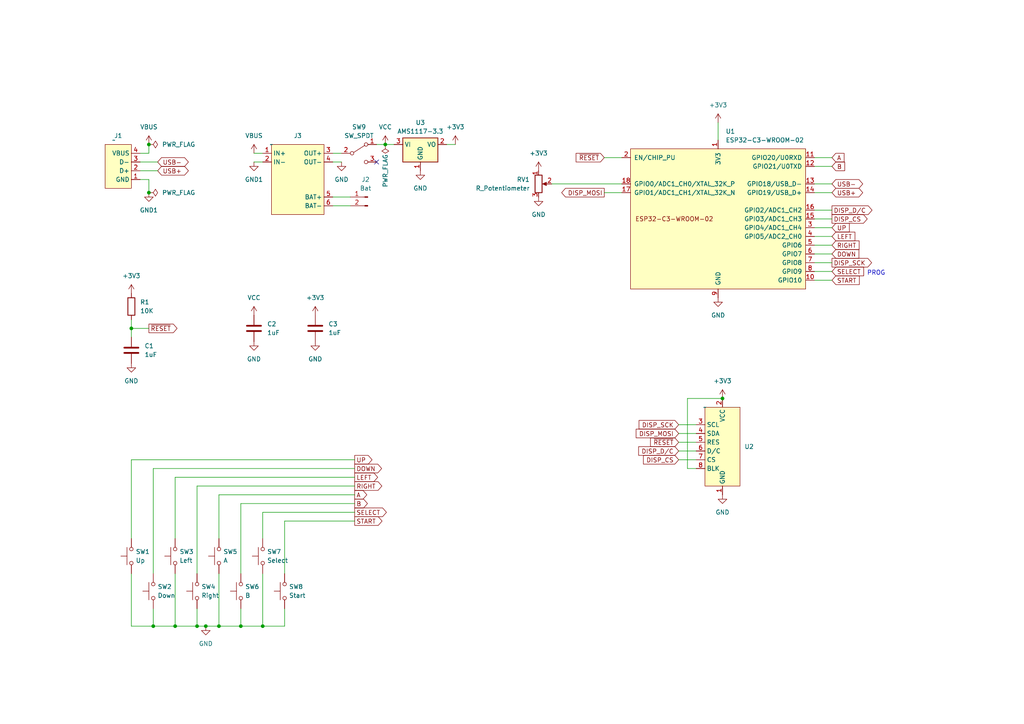
<source format=kicad_sch>
(kicad_sch (version 20230121) (generator eeschema)
  (paper "A4")
  (lib_symbols
    (symbol "Connector:Conn_01x02_Pin" (pin_names (offset 1.016) hide)
      (property "Reference" "J" (at 0 2.54 0))
      (property "Value" "Conn_01x02_Pin" (at 0 -5.08 0))
      (symbol "Conn_01x02_Pin_1_1"
        (polyline (pts (xy 1.27 -2.54) (xy 0.8636 -2.54)) (stroke (width 0.1524)))
        (polyline (pts (xy 1.27 0) (xy 0.8636 0)) (stroke (width 0.1524)))
        (rectangle (start 0.8636 -2.413) (end 0 -2.667) (stroke (width 0.1524)) (fill (type outline)))
        (rectangle (start 0.8636 0.127) (end 0 -0.127) (stroke (width 0.1524)) (fill (type outline)))
        (pin passive line (at 5.08 0 180) (length 3.81) (name "Pin_1") (number "1"))
        (pin passive line (at 5.08 -2.54 180) (length 3.81) (name "Pin_2") (number "2"))
      )
    )
    (symbol "Device:C" (pin_numbers hide) (pin_names (offset 0.254))
      (property "Reference" "C" (at 0.635 2.54 0))
      (property "Value" "C" (at 0.635 -2.54 0))
      (symbol "C_0_1"
        (polyline (pts (xy -2.032 -0.762) (xy 2.032 -0.762)) (stroke (width 0.508)))
        (polyline (pts (xy -2.032 0.762) (xy 2.032 0.762)) (stroke (width 0.508)))
      )
      (symbol "C_1_1"
        (pin passive line (at 0 3.81 270) (length 2.794) (name "~") (number "1"))
        (pin passive line (at 0 -3.81 90) (length 2.794) (name "~") (number "2"))
      )
    )
    (symbol "Device:R" (pin_numbers hide) (pin_names (offset 0))
      (property "Reference" "R" (at 2.032 0 90))
      (property "Value" "R" (at 0 0 90))
      (symbol "R_0_1"
        (rectangle (start -1.016 -2.54) (end 1.016 2.54) (stroke (width 0.254)))
      )
      (symbol "R_1_1"
        (pin passive line (at 0 3.81 270) (length 1.27) (name "~") (number "1"))
        (pin passive line (at 0 -3.81 90) (length 1.27) (name "~") (number "2"))
      )
    )
    (symbol "Device:R_Potentiometer" (pin_names (offset 1.016) hide)
      (property "Reference" "RV" (at -4.445 0 90))
      (property "Value" "R_Potentiometer" (at -2.54 0 90))
      (symbol "R_Potentiometer_0_1"
        (polyline (pts (xy 2.54 0) (xy 1.524 0)))
        (polyline (pts (xy 1.143 0) (xy 2.286 0.508) (xy 2.286 -0.508) (xy 1.143 0)) (fill (type outline)))
        (rectangle (start 1.016 2.54) (end -1.016 -2.54) (stroke (width 0.254)))
      )
      (symbol "R_Potentiometer_1_1"
        (pin passive line (at 0 3.81 270) (length 1.27) (name "1") (number "1"))
        (pin passive line (at 3.81 0 180) (length 1.27) (name "2") (number "2"))
        (pin passive line (at 0 -3.81 90) (length 1.27) (name "3") (number "3"))
      )
    )
    (symbol "Espressif:ESP32-C3-WROOM-02_no_gnd" (pin_names (offset 1.016))
      (property "Reference" "U" (at -25.4 25.4 0))
      (property "Value" "ESP32-C3-WROOM-02" (at -25.4 22.86 0))
      (symbol "ESP32-C3-WROOM-02_no_gnd_0_0"
        (text "ESP32-C3-WROOM-02" (at -12.7 0 0) (effects (font (size 1.27 1.27))))
      )
      (symbol "ESP32-C3-WROOM-02_no_gnd_0_1"
        (rectangle (start -25.4 20.32) (end 25.4 -20.32) (fill (type background)))
      )
      (symbol "ESP32-C3-WROOM-02_no_gnd_1_1"
        (pin power_in line (at 0 22.86 270) (length 2.54) (name "3V3") (number "1"))
        (pin bidirectional line (at 27.94 -17.78 180) (length 2.54) (name "GPIO10") (number "10"))
        (pin bidirectional line (at 27.94 17.78 180) (length 2.54) (name "GPIO20/U0RXD") (number "11"))
        (pin bidirectional line (at 27.94 15.24 180) (length 2.54) (name "GPIO21/U0TXD") (number "12"))
        (pin bidirectional line (at 27.94 10.16 180) (length 2.54) (name "GPIO18/USB_D-") (number "13"))
        (pin bidirectional line (at 27.94 7.62 180) (length 2.54) (name "GPIO19/USB_D+") (number "14"))
        (pin bidirectional line (at 27.94 0 180) (length 2.54) (name "GPIO3/ADC1_CH3") (number "15"))
        (pin bidirectional line (at 27.94 2.54 180) (length 2.54) (name "GPIO2/ADC1_CH2") (number "16"))
        (pin bidirectional line (at -27.94 7.62 0) (length 2.54) (name "GPIO1/ADC1_CH1/XTAL_32K_N") (number "17"))
        (pin bidirectional line (at -27.94 10.16 0) (length 2.54) (name "GPIO0/ADC1_CH0/XTAL_32K_P") (number "18"))
        (pin input line (at -27.94 17.78 0) (length 2.54) (name "EN/CHIP_PU") (number "2"))
        (pin bidirectional line (at 27.94 -2.54 180) (length 2.54) (name "GPIO4/ADC1_CH4") (number "3"))
        (pin bidirectional line (at 27.94 -5.08 180) (length 2.54) (name "GPIO5/ADC2_CH0") (number "4"))
        (pin bidirectional line (at 27.94 -7.62 180) (length 2.54) (name "GPIO6") (number "5"))
        (pin bidirectional line (at 27.94 -10.16 180) (length 2.54) (name "GPIO7") (number "6"))
        (pin bidirectional line (at 27.94 -12.7 180) (length 2.54) (name "GPIO8") (number "7"))
        (pin bidirectional line (at 27.94 -15.24 180) (length 2.54) (name "GPIO9") (number "8"))
        (pin power_in line (at 0 -22.86 90) (length 2.54) (name "GND") (number "9"))
      )
    )
    (symbol "Regulator_Linear:AMS1117-3.3"
      (property "Reference" "U" (at -3.81 3.175 0))
      (property "Value" "AMS1117-3.3" (at 0 3.175 0))
      (symbol "AMS1117-3.3_0_1"
        (rectangle (start -5.08 -5.08) (end 5.08 1.905) (stroke (width 0.254)) (fill (type background)))
      )
      (symbol "AMS1117-3.3_1_1"
        (pin power_in line (at 0 -7.62 90) (length 2.54) (name "GND") (number "1"))
        (pin power_out line (at 7.62 0 180) (length 2.54) (name "VO") (number "2"))
        (pin power_in line (at -7.62 0 0) (length 2.54) (name "VI") (number "3"))
      )
    )
    (symbol "Switch:SW_Push" (pin_numbers hide) (pin_names (offset 1.016) hide)
      (property "Reference" "SW" (at 1.27 2.54 0))
      (property "Value" "SW_Push" (at 0 -1.524 0))
      (symbol "SW_Push_0_1"
        (circle (center -2.032 0) (radius 0.508))
        (polyline (pts (xy 0 1.27) (xy 0 3.048)))
        (polyline (pts (xy 2.54 1.27) (xy -2.54 1.27)))
        (circle (center 2.032 0) (radius 0.508))
        (pin passive line (at -5.08 0 0) (length 2.54) (name "1") (number "1"))
        (pin passive line (at 5.08 0 180) (length 2.54) (name "2") (number "2"))
      )
    )
    (symbol "Switch:SW_SPDT" (pin_names (offset 0) hide)
      (property "Reference" "SW" (at 0 4.318 0))
      (property "Value" "SW_SPDT" (at 0 -5.08 0))
      (symbol "SW_SPDT_0_0"
        (circle (center -2.032 0) (radius 0.508))
        (circle (center 2.032 -2.54) (radius 0.508))
      )
      (symbol "SW_SPDT_0_1"
        (polyline (pts (xy -1.524 0.254) (xy 1.651 2.286)))
        (circle (center 2.032 2.54) (radius 0.508))
      )
      (symbol "SW_SPDT_1_1"
        (pin passive line (at 5.08 2.54 180) (length 2.54) (name "A") (number "1"))
        (pin passive line (at -5.08 0 0) (length 2.54) (name "B") (number "2"))
        (pin passive line (at 5.08 -2.54 180) (length 2.54) (name "C") (number "3"))
      )
    )
    (symbol "connector:Charge_Controller_TP4056"
      (property "Reference" "J" (at 13.97 1.27 0))
      (symbol "Charge_Controller_TP4056_1_1"
        (rectangle (start 0 0) (end 15.24 -20.32) (fill (type background)))
        (pin power_in line (at -2.54 -2.54 0) (length 2.54) (name "IN+") (number "1"))
        (pin power_in line (at -2.54 -5.08 0) (length 2.54) (name "IN-") (number "2"))
        (pin power_out line (at 17.78 -2.54 180) (length 2.54) (name "OUT+") (number "3"))
        (pin power_out line (at 17.78 -5.08 180) (length 2.54) (name "OUT-") (number "4"))
        (pin passive line (at 17.78 -15.24 180) (length 2.54) (name "BAT+") (number "5"))
        (pin passive line (at 17.78 -17.78 180) (length 2.54) (name "BAT-") (number "6"))
      )
    )
    (symbol "connector:USB_2.0_PCB"
      (property "Reference" "J" (at 2.54 7.62 0))
      (symbol "USB_2.0_PCB_1_1"
        (rectangle (start -3.81 6.35) (end 3.81 -6.35) (fill (type background)))
        (pin power_in line (at 6.35 -3.81 180) (length 2.54) (name "GND") (number "1"))
        (pin passive line (at 6.35 -1.27 180) (length 2.54) (name "D+") (number "2"))
        (pin passive line (at 6.35 1.27 180) (length 2.54) (name "D-") (number "3"))
        (pin power_in line (at 6.35 3.81 180) (length 2.54) (name "VBUS") (number "4"))
      )
    )
    (symbol "display:TFT_240x280"
      (property "Reference" "U" (at 1.27 12.7 0))
      (symbol "TFT_240x280_1_1"
        (rectangle (start -5.08 11.43) (end 5.08 -11.43) (fill (type background)))
        (pin power_in line (at 0 -13.97 90) (length 2.54) (name "GND") (number "1"))
        (pin power_in line (at 0 13.97 270) (length 2.54) (name "VCC") (number "2"))
        (pin input line (at -7.62 6.35 0) (length 2.54) (name "SCL") (number "3"))
        (pin input line (at -7.62 3.81 0) (length 2.54) (name "SDA") (number "4"))
        (pin input line (at -7.62 1.27 0) (length 2.54) (name "RES") (number "5"))
        (pin input line (at -7.62 -1.27 0) (length 2.54) (name "D/C") (number "6"))
        (pin input line (at -7.62 -3.81 0) (length 2.54) (name "CS") (number "7"))
        (pin input line (at -7.62 -6.35 0) (length 2.54) (name "BLK") (number "8"))
      )
    )
    (symbol "power:+3V3" (power) (pin_names (offset 0))
      (property "Value" "+3V3" (at 0 3.556 0))
      (symbol "+3V3_0_1"
        (polyline (pts (xy -0.762 1.27) (xy 0 2.54)))
        (polyline (pts (xy 0 0) (xy 0 2.54)))
        (polyline (pts (xy 0 2.54) (xy 0.762 1.27)))
      )
      (symbol "+3V3_1_1"
        (pin power_in line (at 0 0 90) (length 0) hide (name "+3V3") (number "1"))
      )
    )
    (symbol "power:GND" (power) (pin_names (offset 0))
      (property "Value" "GND" (at 0 -3.81 0))
      (symbol "GND_0_1"
        (polyline (pts (xy 0 0) (xy 0 -1.27) (xy 1.27 -1.27) (xy 0 -2.54) (xy -1.27 -1.27) (xy 0 -1.27)))
      )
      (symbol "GND_1_1"
        (pin power_in line (at 0 0 270) (length 0) hide (name "GND") (number "1"))
      )
    )
    (symbol "power:GND1" (power) (pin_names (offset 0))
      (property "Value" "GND1" (at 0 -3.81 0))
      (symbol "GND1_0_1"
        (polyline (pts (xy 0 0) (xy 0 -1.27) (xy 1.27 -1.27) (xy 0 -2.54) (xy -1.27 -1.27) (xy 0 -1.27)))
      )
      (symbol "GND1_1_1"
        (pin power_in line (at 0 0 270) (length 0) hide (name "GND1") (number "1"))
      )
    )
    (symbol "power:PWR_FLAG" (power) (pin_numbers hide) (pin_names (offset 0) hide)
      (property "Value" "PWR_FLAG" (at 0 3.81 0))
      (symbol "PWR_FLAG_0_0"
        (pin power_out line (at 0 0 90) (length 0) (name "pwr") (number "1"))
      )
      (symbol "PWR_FLAG_0_1"
        (polyline (pts (xy 0 0) (xy 0 1.27) (xy -1.016 1.905) (xy 0 2.54) (xy 1.016 1.905) (xy 0 1.27)))
      )
    )
    (symbol "power:VBUS" (power) (pin_names (offset 0))
      (property "Value" "VBUS" (at 0 3.81 0))
      (symbol "VBUS_0_1"
        (polyline (pts (xy -0.762 1.27) (xy 0 2.54)))
        (polyline (pts (xy 0 0) (xy 0 2.54)))
        (polyline (pts (xy 0 2.54) (xy 0.762 1.27)))
      )
      (symbol "VBUS_1_1"
        (pin power_in line (at 0 0 90) (length 0) hide (name "VBUS") (number "1"))
      )
    )
    (symbol "power:VCC" (power) (pin_names (offset 0))
      (property "Value" "VCC" (at 0 3.81 0))
      (symbol "VCC_0_1"
        (polyline (pts (xy -0.762 1.27) (xy 0 2.54)))
        (polyline (pts (xy 0 0) (xy 0 2.54)))
        (polyline (pts (xy 0 2.54) (xy 0.762 1.27)))
      )
      (symbol "VCC_1_1"
        (pin power_in line (at 0 0 90) (length 0) hide (name "VCC") (number "1"))
      )
    )
  )
  (junction (at 59.69 181.61))
  (junction (at 38.1 95.25))
  (junction (at 43.18 55.88))
  (junction (at 57.15 181.61))
  (junction (at 76.2 181.61))
  (junction (at 63.5 181.61))
  (junction (at 44.45 181.61))
  (junction (at 111.76 41.91))
  (junction (at 43.18 41.91))
  (junction (at 69.85 181.61))
  (junction (at 209.55 115.57))
  (junction (at 50.8 181.61))
  (no_connect (at 109.22 46.99))
  (wire (pts (xy 199.39 135.89) (xy 201.93 135.89)))
  (wire (pts (xy 38.1 133.35) (xy 38.1 156.21)))
  (wire (pts (xy 102.87 138.43) (xy 50.8 138.43)))
  (wire (pts (xy 82.55 166.37) (xy 82.55 151.13)))
  (wire (pts (xy 38.1 133.35) (xy 102.87 133.35)))
  (wire (pts (xy 69.85 146.05) (xy 102.87 146.05)))
  (wire (pts (xy 129.54 41.91) (xy 132.08 41.91)))
  (wire (pts (xy 73.66 44.45) (xy 76.2 44.45)))
  (wire (pts (xy 38.1 181.61) (xy 44.45 181.61)))
  (wire (pts (xy 96.52 46.99) (xy 99.06 46.99)))
  (wire (pts (xy 236.22 78.74) (xy 241.3 78.74)))
  (wire (pts (xy 175.26 45.72) (xy 180.34 45.72)))
  (wire (pts (xy 96.52 44.45) (xy 99.06 44.45)))
  (wire (pts (xy 43.18 44.45) (xy 43.18 41.91)))
  (wire (pts (xy 40.64 44.45) (xy 43.18 44.45)))
  (wire (pts (xy 241.3 68.58) (xy 236.22 68.58)))
  (wire (pts (xy 40.64 49.53) (xy 45.72 49.53)))
  (wire (pts (xy 82.55 151.13) (xy 102.87 151.13)))
  (wire (pts (xy 236.22 53.34) (xy 241.3 53.34)))
  (wire (pts (xy 175.26 55.88) (xy 180.34 55.88)))
  (wire (pts (xy 69.85 181.61) (xy 76.2 181.61)))
  (wire (pts (xy 63.5 181.61) (xy 63.5 166.37)))
  (wire (pts (xy 109.22 41.91) (xy 111.76 41.91)))
  (wire (pts (xy 57.15 181.61) (xy 59.69 181.61)))
  (wire (pts (xy 44.45 181.61) (xy 44.45 176.53)))
  (wire (pts (xy 57.15 140.97) (xy 102.87 140.97)))
  (wire (pts (xy 241.3 73.66) (xy 236.22 73.66)))
  (wire (pts (xy 241.3 66.04) (xy 236.22 66.04)))
  (wire (pts (xy 241.3 45.72) (xy 236.22 45.72)))
  (wire (pts (xy 57.15 166.37) (xy 57.15 140.97)))
  (wire (pts (xy 76.2 181.61) (xy 76.2 166.37)))
  (wire (pts (xy 69.85 181.61) (xy 69.85 176.53)))
  (wire (pts (xy 199.39 115.57) (xy 199.39 135.89)))
  (wire (pts (xy 50.8 181.61) (xy 57.15 181.61)))
  (wire (pts (xy 38.1 95.25) (xy 38.1 97.79)))
  (wire (pts (xy 40.64 46.99) (xy 45.72 46.99)))
  (wire (pts (xy 76.2 181.61) (xy 82.55 181.61)))
  (wire (pts (xy 241.3 48.26) (xy 236.22 48.26)))
  (wire (pts (xy 40.64 52.07) (xy 43.18 52.07)))
  (wire (pts (xy 111.76 41.91) (xy 114.3 41.91)))
  (wire (pts (xy 38.1 181.61) (xy 38.1 166.37)))
  (wire (pts (xy 102.87 148.59) (xy 76.2 148.59)))
  (wire (pts (xy 208.28 40.64) (xy 208.28 35.56)))
  (wire (pts (xy 102.87 143.51) (xy 63.5 143.51)))
  (wire (pts (xy 44.45 166.37) (xy 44.45 135.89)))
  (wire (pts (xy 44.45 135.89) (xy 102.87 135.89)))
  (wire (pts (xy 201.93 130.81) (xy 196.85 130.81)))
  (wire (pts (xy 101.6 57.15) (xy 96.52 57.15)))
  (wire (pts (xy 196.85 123.19) (xy 201.93 123.19)))
  (wire (pts (xy 241.3 76.2) (xy 236.22 76.2)))
  (wire (pts (xy 38.1 92.71) (xy 38.1 95.25)))
  (wire (pts (xy 50.8 138.43) (xy 50.8 156.21)))
  (wire (pts (xy 82.55 181.61) (xy 82.55 176.53)))
  (wire (pts (xy 50.8 181.61) (xy 50.8 166.37)))
  (wire (pts (xy 199.39 115.57) (xy 209.55 115.57)))
  (wire (pts (xy 196.85 128.27) (xy 201.93 128.27)))
  (wire (pts (xy 44.45 181.61) (xy 50.8 181.61)))
  (wire (pts (xy 63.5 143.51) (xy 63.5 156.21)))
  (wire (pts (xy 43.18 95.25) (xy 38.1 95.25)))
  (wire (pts (xy 63.5 181.61) (xy 69.85 181.61)))
  (wire (pts (xy 96.52 59.69) (xy 101.6 59.69)))
  (wire (pts (xy 59.69 181.61) (xy 63.5 181.61)))
  (wire (pts (xy 241.3 60.96) (xy 236.22 60.96)))
  (wire (pts (xy 201.93 125.73) (xy 196.85 125.73)))
  (wire (pts (xy 69.85 166.37) (xy 69.85 146.05)))
  (wire (pts (xy 236.22 71.12) (xy 241.3 71.12)))
  (wire (pts (xy 76.2 46.99) (xy 73.66 46.99)))
  (wire (pts (xy 196.85 133.35) (xy 201.93 133.35)))
  (wire (pts (xy 241.3 55.88) (xy 236.22 55.88)))
  (wire (pts (xy 160.02 53.34) (xy 180.34 53.34)))
  (wire (pts (xy 43.18 52.07) (xy 43.18 55.88)))
  (wire (pts (xy 57.15 181.61) (xy 57.15 176.53)))
  (wire (pts (xy 76.2 148.59) (xy 76.2 156.21)))
  (wire (pts (xy 241.3 63.5) (xy 236.22 63.5)))
  (wire (pts (xy 241.3 81.28) (xy 236.22 81.28)))
  (text "PROG" (at 251.46 80.01 0) (effects (font (size 1.27 1.27)) (justify left bottom)))
  (global_label "UP" (shape output) (at 102.87 133.35 0) (property "Intersheetrefs" "${INTERSHEET_REFS}" (effects hide)))
  (global_label "~{RESET}" (shape input) (at 175.26 45.72 180) (property "Intersheetrefs" "${INTERSHEET_REFS}" (effects hide)))
  (global_label "USB-" (shape bidirectional) (at 45.72 46.99 0) (property "Intersheetrefs" "${INTERSHEET_REFS}" (effects hide)))
  (global_label "DISP_MOSI" (shape output) (at 175.26 55.88 180) (property "Intersheetrefs" "${INTERSHEET_REFS}" (effects hide)))
  (global_label "B" (shape output) (at 102.87 146.05 0) (property "Intersheetrefs" "${INTERSHEET_REFS}" (effects hide)))
  (global_label "USB-" (shape bidirectional) (at 241.3 53.34 0) (property "Intersheetrefs" "${INTERSHEET_REFS}" (effects hide)))
  (global_label "DISP_SCK" (shape input) (at 196.85 123.19 180) (property "Intersheetrefs" "${INTERSHEET_REFS}" (effects hide)))
  (global_label "UP" (shape input) (at 241.3 66.04 0) (property "Intersheetrefs" "${INTERSHEET_REFS}" (effects hide)))
  (global_label "A" (shape output) (at 102.87 143.51 0) (property "Intersheetrefs" "${INTERSHEET_REFS}" (effects hide)))
  (global_label "DISP_SCK" (shape output) (at 241.3 76.2 0) (property "Intersheetrefs" "${INTERSHEET_REFS}" (effects hide)))
  (global_label "DISP_MOSI" (shape input) (at 196.85 125.73 180) (property "Intersheetrefs" "${INTERSHEET_REFS}" (effects hide)))
  (global_label "DISP_D{slash}C" (shape input) (at 196.85 130.81 180) (property "Intersheetrefs" "${INTERSHEET_REFS}" (effects hide)))
  (global_label "DOWN" (shape output) (at 102.87 135.89 0) (property "Intersheetrefs" "${INTERSHEET_REFS}" (effects hide)))
  (global_label "RIGHT" (shape input) (at 241.3 71.12 0) (property "Intersheetrefs" "${INTERSHEET_REFS}" (effects hide)))
  (global_label "RIGHT" (shape output) (at 102.87 140.97 0) (property "Intersheetrefs" "${INTERSHEET_REFS}" (effects hide)))
  (global_label "DISP_CS" (shape output) (at 241.3 63.5 0) (property "Intersheetrefs" "${INTERSHEET_REFS}" (effects hide)))
  (global_label "LEFT" (shape input) (at 241.3 68.58 0) (property "Intersheetrefs" "${INTERSHEET_REFS}" (effects hide)))
  (global_label "USB+" (shape bidirectional) (at 45.72 49.53 0) (property "Intersheetrefs" "${INTERSHEET_REFS}" (effects hide)))
  (global_label "SELECT" (shape output) (at 102.87 148.59 0) (property "Intersheetrefs" "${INTERSHEET_REFS}" (effects hide)))
  (global_label "START" (shape input) (at 241.3 81.28 0) (property "Intersheetrefs" "${INTERSHEET_REFS}" (effects hide)))
  (global_label "LEFT" (shape output) (at 102.87 138.43 0) (property "Intersheetrefs" "${INTERSHEET_REFS}" (effects hide)))
  (global_label "B" (shape input) (at 241.3 48.26 0) (property "Intersheetrefs" "${INTERSHEET_REFS}" (effects hide)))
  (global_label "DISP_CS" (shape input) (at 196.85 133.35 180) (property "Intersheetrefs" "${INTERSHEET_REFS}" (effects hide)))
  (global_label "~{RESET}" (shape output) (at 43.18 95.25 0) (property "Intersheetrefs" "${INTERSHEET_REFS}" (effects hide)))
  (global_label "DOWN" (shape input) (at 241.3 73.66 0) (property "Intersheetrefs" "${INTERSHEET_REFS}" (effects hide)))
  (global_label "A" (shape input) (at 241.3 45.72 0) (property "Intersheetrefs" "${INTERSHEET_REFS}" (effects hide)))
  (global_label "USB+" (shape bidirectional) (at 241.3 55.88 0) (property "Intersheetrefs" "${INTERSHEET_REFS}" (effects hide)))
  (global_label "DISP_D{slash}C" (shape output) (at 241.3 60.96 0) (property "Intersheetrefs" "${INTERSHEET_REFS}" (effects hide)))
  (global_label "START" (shape output) (at 102.87 151.13 0) (property "Intersheetrefs" "${INTERSHEET_REFS}" (effects hide)))
  (global_label "~{RESET}" (shape input) (at 196.85 128.27 180) (property "Intersheetrefs" "${INTERSHEET_REFS}" (effects hide)))
  (global_label "SELECT" (shape input) (at 241.3 78.74 0) (property "Intersheetrefs" "${INTERSHEET_REFS}" (effects hide)))
  (symbol (lib_id "Switch:SW_Push") (at 69.85 171.45 90) (unit 1)
    (property "Reference" "SW6" (at 71.12 170.18 90) (effects (justify right)))
    (property "Value" "B" (at 71.12 172.72 90) (effects (justify right)))
    (property "Footprint" "Buttons:SW_PUSH-12mm-fixed" (effects hide))
  )
  (symbol (lib_id "power:GND") (at 99.06 46.99 0) (unit 1)
    (property "Reference" "#PWR04" (effects hide))
    (property "Value" "GND" (at 99.06 52.07 0))
  )
  (symbol (lib_id "power:+3V3") (at 156.21 49.53 0) (unit 1)
    (property "Reference" "#PWR016" (effects hide))
    (property "Value" "+3V3" (at 156.21 44.45 0))
  )
  (symbol (lib_id "power:GND") (at 91.44 99.06 0) (unit 1)
    (property "Reference" "#PWR021" (effects hide))
    (property "Value" "GND" (at 91.44 104.14 0))
  )
  (symbol (lib_id "Switch:SW_Push") (at 44.45 171.45 90) (unit 1)
    (property "Reference" "SW2" (at 45.72 170.18 90) (effects (justify right)))
    (property "Value" "Down" (at 45.72 172.72 90) (effects (justify right)))
    (property "Footprint" "Buttons:SW_PUSH-12mm-fixed" (effects hide))
  )
  (symbol (lib_id "Device:R") (at 38.1 88.9 180) (unit 1)
    (property "Reference" "R1" (at 40.64 87.63 0) (effects (justify right)))
    (property "Value" "10K" (at 40.64 90.17 0) (effects (justify right)))
    (property "Footprint" "Resistor_THT:R_Axial_DIN0204_L3.6mm_D1.6mm_P7.62mm_Horizontal" (effects hide))
  )
  (symbol (lib_id "power:+3V3") (at 209.55 115.57 0) (unit 1)
    (property "Reference" "#PWR013" (effects hide))
    (property "Value" "+3V3" (at 209.55 110.49 0))
  )
  (symbol (lib_id "power:GND1") (at 43.18 55.88 0) (unit 1)
    (property "Reference" "#PWR024" (effects hide))
    (property "Value" "GND1" (at 43.18 60.96 0))
  )
  (symbol (lib_id "power:GND") (at 73.66 99.06 0) (unit 1)
    (property "Reference" "#PWR020" (effects hide))
    (property "Value" "GND" (at 73.66 104.14 0))
  )
  (symbol (lib_id "Regulator_Linear:AMS1117-3.3") (at 121.92 41.91 0) (unit 1)
    (property "Reference" "U3" (at 121.92 35.56 0))
    (property "Value" "AMS1117-3.3" (at 121.92 38.1 0))
    (property "Footprint" "Package_TO_SOT_SMD:SOT-223-3_TabPin2" (effects hide))
    (property "Datasheet" "http://www.advanced-monolithic.com/pdf/ds1117.pdf" (effects hide))
  )
  (symbol (lib_id "Switch:SW_Push") (at 38.1 161.29 90) (unit 1)
    (property "Reference" "SW1" (at 39.37 160.02 90) (effects (justify right)))
    (property "Value" "Up" (at 39.37 162.56 90) (effects (justify right)))
    (property "Footprint" "Buttons:SW_PUSH-12mm-fixed" (effects hide))
  )
  (symbol (lib_id "power:VCC") (at 73.66 91.44 0) (unit 1)
    (property "Reference" "#PWR08" (effects hide))
    (property "Value" "VCC" (at 73.66 86.36 0))
  )
  (symbol (lib_id "Switch:SW_Push") (at 57.15 171.45 90) (unit 1)
    (property "Reference" "SW4" (at 58.42 170.18 90) (effects (justify right)))
    (property "Value" "Right" (at 58.42 172.72 90) (effects (justify right)))
    (property "Footprint" "Buttons:SW_PUSH-12mm-fixed" (effects hide))
  )
  (symbol (lib_id "Device:C") (at 91.44 95.25 0) (unit 1)
    (property "Reference" "C3" (at 95.25 93.98 0) (effects (justify left)))
    (property "Value" "1uF" (at 95.25 96.52 0) (effects (justify left)))
    (property "Footprint" "Capacitor_THT:C_Disc_D3.0mm_W2.0mm_P2.50mm" (effects hide))
  )
  (symbol (lib_id "power:+3V3") (at 208.28 35.56 0) (unit 1)
    (property "Reference" "#PWR01" (effects hide))
    (property "Value" "+3V3" (at 208.28 30.48 0))
  )
  (symbol (lib_id "Switch:SW_Push") (at 63.5 161.29 90) (unit 1)
    (property "Reference" "SW5" (at 64.77 160.02 90) (effects (justify right)))
    (property "Value" "A" (at 64.77 162.56 90) (effects (justify right)))
    (property "Footprint" "Buttons:SW_PUSH-12mm-fixed" (effects hide))
  )
  (symbol (lib_id "power:PWR_FLAG") (at 43.18 55.88 270) (unit 1)
    (property "Reference" "#FLG02" (effects hide))
    (property "Value" "PWR_FLAG" (at 46.99 55.88 90) (effects (justify left)))
  )
  (symbol (lib_id "power:GND1") (at 73.66 46.99 0) (unit 1)
    (property "Reference" "#PWR023" (effects hide))
    (property "Value" "GND1" (at 73.66 52.07 0))
  )
  (symbol (lib_id "Device:C") (at 38.1 101.6 0) (unit 1)
    (property "Reference" "C1" (at 41.91 100.33 0) (effects (justify left)))
    (property "Value" "1uF" (at 41.91 102.87 0) (effects (justify left)))
    (property "Footprint" "Capacitor_THT:C_Disc_D3.0mm_W2.0mm_P2.50mm" (effects hide))
  )
  (symbol (lib_id "Switch:SW_SPDT") (at 104.14 44.45 0) (unit 1)
    (property "Reference" "SW9" (at 104.14 36.83 0))
    (property "Value" "SW_SPDT" (at 104.14 39.37 0))
    (property "Footprint" "Button_Switch_THT:SW_CuK_OS102011MA1QN1_SPDT_Angled" (effects hide))
  )
  (symbol (lib_id "Device:R_Potentiometer") (at 156.21 53.34 0) (unit 1)
    (property "Reference" "RV1" (at 153.67 52.07 0) (effects (justify right)))
    (property "Value" "R_Potentiometer" (at 153.67 54.61 0) (effects (justify right)))
    (property "Footprint" "Potentiometer_THT:Potentiometer_Alpha_RD901F-40-00D_Single_Vertical" (effects hide))
  )
  (symbol (lib_id "power:+3V3") (at 132.08 41.91 0) (unit 1)
    (property "Reference" "#PWR09" (effects hide))
    (property "Value" "+3V3" (at 132.08 36.83 0))
  )
  (symbol (lib_id "connector:USB_2.0_PCB") (at 34.29 48.26 0) (unit 1)
    (property "Reference" "J1" (at 34.29 39.37 0))
    (property "Value" "~" (at 33.02 40.64 0))
    (property "Footprint" "Connectors:USB_2.0_PCB" (effects hide))
  )
  (symbol (lib_id "power:GND") (at 209.55 143.51 0) (unit 1)
    (property "Reference" "#PWR012" (effects hide))
    (property "Value" "GND" (at 209.55 148.59 0))
  )
  (symbol (lib_id "Connector:Conn_01x02_Pin") (at 106.68 57.15 0) (mirror y) (unit 1)
    (property "Reference" "J2" (at 106.045 52.07 0))
    (property "Value" "Bat" (at 106.045 54.61 0))
    (property "Footprint" "Connector_PinHeader_2.54mm:PinHeader_1x02_P2.54mm_Vertical" (effects hide))
  )
  (symbol (lib_id "Switch:SW_Push") (at 76.2 161.29 90) (unit 1)
    (property "Reference" "SW7" (at 77.47 160.02 90) (effects (justify right)))
    (property "Value" "Select" (at 77.47 162.56 90) (effects (justify right)))
    (property "Footprint" "Button_Switch_THT:SW_PUSH_6mm" (effects hide))
  )
  (symbol (lib_id "Espressif:ESP32-C3-WROOM-02_no_gnd") (at 208.28 63.5 0) (unit 1)
    (property "Reference" "U1" (at 210.4741 38.1 0) (effects (justify left)))
    (property "Value" "ESP32-C3-WROOM-02" (at 210.4741 40.64 0) (effects (justify left)))
    (property "Footprint" "PCM_Espressif:ESP32-C3-WROOM-02_no_gnd" (effects hide))
    (property "Datasheet" "https://www.espressif.com/sites/default/files/documentation/esp32-c3-wroom-02_datasheet_en.pdf" (effects hide))
  )
  (symbol (lib_id "Switch:SW_Push") (at 50.8 161.29 90) (unit 1)
    (property "Reference" "SW3" (at 52.07 160.02 90) (effects (justify right)))
    (property "Value" "Left" (at 52.07 162.56 90) (effects (justify right)))
    (property "Footprint" "Buttons:SW_PUSH-12mm-fixed" (effects hide))
  )
  (symbol (lib_id "power:VCC") (at 111.76 41.91 0) (unit 1)
    (property "Reference" "#PWR03" (effects hide))
    (property "Value" "VCC" (at 111.76 36.83 0))
  )
  (symbol (lib_id "power:GND") (at 156.21 57.15 0) (unit 1)
    (property "Reference" "#PWR017" (effects hide))
    (property "Value" "GND" (at 156.21 62.23 0))
  )
  (symbol (lib_id "power:+3V3") (at 91.44 91.44 0) (unit 1)
    (property "Reference" "#PWR019" (effects hide))
    (property "Value" "+3V3" (at 91.44 86.36 0))
  )
  (symbol (lib_id "display:TFT_240x280") (at 209.55 129.54 0) (unit 1)
    (property "Reference" "U2" (at 215.9 129.54 0) (effects (justify left)))
    (property "Value" "~" (at 204.47 118.11 0))
    (property "Footprint" "Display:TFT_240x280" (effects hide))
  )
  (symbol (lib_id "power:VBUS") (at 43.18 41.91 0) (unit 1)
    (property "Reference" "#PWR022" (effects hide))
    (property "Value" "VBUS" (at 43.18 36.83 0))
  )
  (symbol (lib_id "power:PWR_FLAG") (at 111.76 41.91 180) (unit 1)
    (property "Reference" "#FLG03" (effects hide))
    (property "Value" "PWR_FLAG" (at 111.76 49.53 90))
  )
  (symbol (lib_id "power:GND") (at 38.1 105.41 0) (unit 1)
    (property "Reference" "#PWR07" (effects hide))
    (property "Value" "GND" (at 38.1 110.49 0))
  )
  (symbol (lib_id "power:VBUS") (at 73.66 44.45 0) (unit 1)
    (property "Reference" "#PWR05" (effects hide))
    (property "Value" "VBUS" (at 73.66 39.37 0))
  )
  (symbol (lib_id "power:PWR_FLAG") (at 43.18 41.91 270) (unit 1)
    (property "Reference" "#FLG01" (effects hide))
    (property "Value" "PWR_FLAG" (at 46.99 41.91 90) (effects (justify left)))
  )
  (symbol (lib_id "Device:C") (at 73.66 95.25 0) (unit 1)
    (property "Reference" "C2" (at 77.47 93.98 0) (effects (justify left)))
    (property "Value" "1uF" (at 77.47 96.52 0) (effects (justify left)))
    (property "Footprint" "Capacitor_THT:C_Disc_D3.0mm_W2.0mm_P2.50mm" (effects hide))
  )
  (symbol (lib_id "Switch:SW_Push") (at 82.55 171.45 90) (unit 1)
    (property "Reference" "SW8" (at 83.82 170.18 90) (effects (justify right)))
    (property "Value" "Start" (at 83.82 172.72 90) (effects (justify right)))
    (property "Footprint" "Button_Switch_THT:SW_PUSH_6mm" (effects hide))
  )
  (symbol (lib_id "power:GND") (at 208.28 86.36 0) (unit 1)
    (property "Reference" "#PWR02" (effects hide))
    (property "Value" "GND" (at 208.28 91.44 0))
  )
  (symbol (lib_id "power:+3V3") (at 38.1 85.09 0) (unit 1)
    (property "Reference" "#PWR06" (effects hide))
    (property "Value" "+3V3" (at 38.1 80.01 0))
  )
  (symbol (lib_id "power:GND") (at 121.92 49.53 0) (unit 1)
    (property "Reference" "#PWR025" (effects hide))
    (property "Value" "GND" (at 121.92 54.61 0))
  )
  (symbol (lib_id "power:GND") (at 59.69 181.61 0) (unit 1)
    (property "Reference" "#PWR015" (effects hide))
    (property "Value" "GND" (at 59.69 186.69 0))
  )
  (symbol (lib_id "connector:Charge_Controller_TP4056") (at 78.74 41.91 0) (unit 1)
    (property "Reference" "J3" (at 86.36 39.37 0))
    (property "Value" "~" (at 78.74 41.91 0))
    (property "Footprint" "Connectors:Charge_Controller_TP4056" (effects hide))
  )
)
</source>
